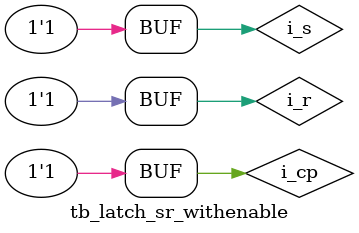
<source format=v>
module tb_latch_sr_withenable;
reg i_cp;
reg i_s;
reg i_r;
wire o_q;
wire o_q_;

initial begin
    i_cp = 1'b0;
    i_s = 1'b0;
    i_r = 1'b0;
    
    #100;  // 100ns
    i_cp = 1'b0;
    i_s = 1'b0;
    i_r = 1'b1;
        
    #100;  // 200ns
    i_cp = 1'b0;
    i_s = 1'b1;
    i_r = 1'b0;

    #100;  // 300ns
    i_cp = 1'b0;
    i_s = 1'b1;
    i_r = 1'b1;

    #100;  // 400ns
    i_cp = 1'b1;
    i_s = 1'b0;
    i_r = 1'b0;
    
    #100;  // 500ns
    i_cp = 1'b1;
    i_s = 1'b0;
    i_r = 1'b1;
        
    #100;  // 600ns
    i_cp = 1'b1;
    i_s = 1'b1;
    i_r = 1'b0;

    #100;  // 700ns
    i_cp = 1'b1;
    i_s = 1'b1;
    i_r = 1'b1;
end

latch_sr_withenable dut(
    .enable(i_cp),
    .set(i_s),
    .reset(i_r),
    .signal_q(o_q),
    .signal_q_(o_q_)
);

endmodule

</source>
